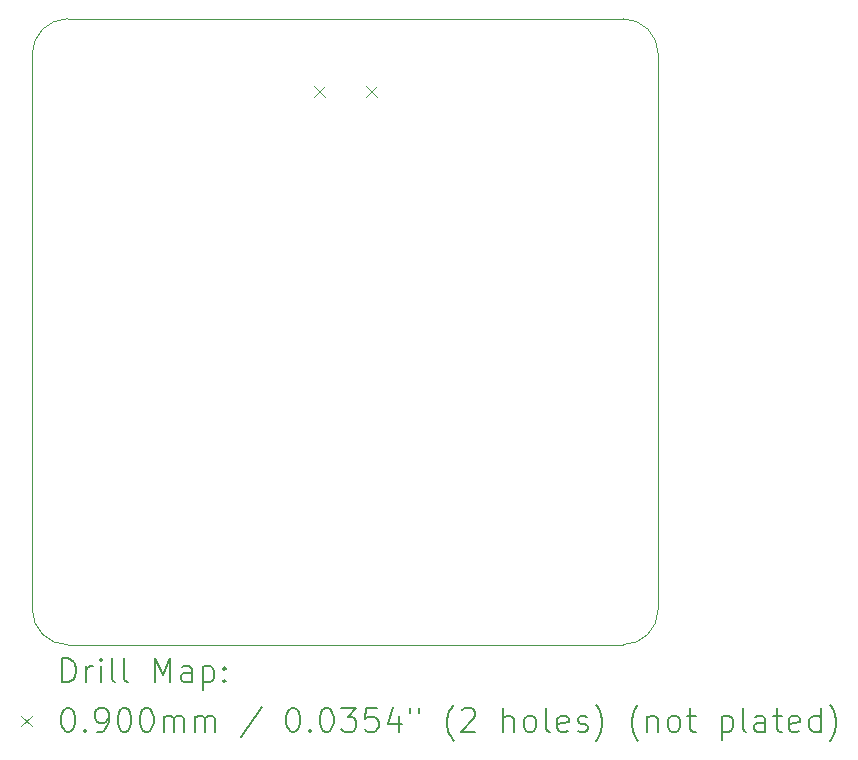
<source format=gbr>
%TF.GenerationSoftware,KiCad,Pcbnew,7.0.9*%
%TF.CreationDate,2024-03-24T12:36:57+01:00*%
%TF.ProjectId,PowerPiNano,506f7765-7250-4694-9e61-6e6f2e6b6963,rev?*%
%TF.SameCoordinates,Original*%
%TF.FileFunction,Drillmap*%
%TF.FilePolarity,Positive*%
%FSLAX45Y45*%
G04 Gerber Fmt 4.5, Leading zero omitted, Abs format (unit mm)*
G04 Created by KiCad (PCBNEW 7.0.9) date 2024-03-24 12:36:57*
%MOMM*%
%LPD*%
G01*
G04 APERTURE LIST*
%ADD10C,0.100000*%
%ADD11C,0.200000*%
G04 APERTURE END LIST*
D10*
X12500000Y-7900000D02*
G75*
G03*
X12200000Y-8200000I0J-300000D01*
G01*
X12200000Y-12900000D02*
G75*
G03*
X12500000Y-13200000I300000J0D01*
G01*
X12200000Y-12900000D02*
X12200000Y-8200000D01*
X17500000Y-8200000D02*
G75*
G03*
X17200000Y-7900000I-300000J0D01*
G01*
X17500000Y-8200000D02*
X17500000Y-12900000D01*
X17200000Y-13200000D02*
X12500000Y-13200000D01*
X17200000Y-13200000D02*
G75*
G03*
X17500000Y-12900000I0J300000D01*
G01*
X12500000Y-7900000D02*
X17200000Y-7900000D01*
D11*
D10*
X14589000Y-8472000D02*
X14679000Y-8562000D01*
X14679000Y-8472000D02*
X14589000Y-8562000D01*
X15029000Y-8472000D02*
X15119000Y-8562000D01*
X15119000Y-8472000D02*
X15029000Y-8562000D01*
D11*
X12455777Y-13516484D02*
X12455777Y-13316484D01*
X12455777Y-13316484D02*
X12503396Y-13316484D01*
X12503396Y-13316484D02*
X12531967Y-13326008D01*
X12531967Y-13326008D02*
X12551015Y-13345055D01*
X12551015Y-13345055D02*
X12560539Y-13364103D01*
X12560539Y-13364103D02*
X12570062Y-13402198D01*
X12570062Y-13402198D02*
X12570062Y-13430769D01*
X12570062Y-13430769D02*
X12560539Y-13468865D01*
X12560539Y-13468865D02*
X12551015Y-13487912D01*
X12551015Y-13487912D02*
X12531967Y-13506960D01*
X12531967Y-13506960D02*
X12503396Y-13516484D01*
X12503396Y-13516484D02*
X12455777Y-13516484D01*
X12655777Y-13516484D02*
X12655777Y-13383150D01*
X12655777Y-13421246D02*
X12665301Y-13402198D01*
X12665301Y-13402198D02*
X12674824Y-13392674D01*
X12674824Y-13392674D02*
X12693872Y-13383150D01*
X12693872Y-13383150D02*
X12712920Y-13383150D01*
X12779586Y-13516484D02*
X12779586Y-13383150D01*
X12779586Y-13316484D02*
X12770062Y-13326008D01*
X12770062Y-13326008D02*
X12779586Y-13335531D01*
X12779586Y-13335531D02*
X12789110Y-13326008D01*
X12789110Y-13326008D02*
X12779586Y-13316484D01*
X12779586Y-13316484D02*
X12779586Y-13335531D01*
X12903396Y-13516484D02*
X12884348Y-13506960D01*
X12884348Y-13506960D02*
X12874824Y-13487912D01*
X12874824Y-13487912D02*
X12874824Y-13316484D01*
X13008158Y-13516484D02*
X12989110Y-13506960D01*
X12989110Y-13506960D02*
X12979586Y-13487912D01*
X12979586Y-13487912D02*
X12979586Y-13316484D01*
X13236729Y-13516484D02*
X13236729Y-13316484D01*
X13236729Y-13316484D02*
X13303396Y-13459341D01*
X13303396Y-13459341D02*
X13370062Y-13316484D01*
X13370062Y-13316484D02*
X13370062Y-13516484D01*
X13551015Y-13516484D02*
X13551015Y-13411722D01*
X13551015Y-13411722D02*
X13541491Y-13392674D01*
X13541491Y-13392674D02*
X13522443Y-13383150D01*
X13522443Y-13383150D02*
X13484348Y-13383150D01*
X13484348Y-13383150D02*
X13465301Y-13392674D01*
X13551015Y-13506960D02*
X13531967Y-13516484D01*
X13531967Y-13516484D02*
X13484348Y-13516484D01*
X13484348Y-13516484D02*
X13465301Y-13506960D01*
X13465301Y-13506960D02*
X13455777Y-13487912D01*
X13455777Y-13487912D02*
X13455777Y-13468865D01*
X13455777Y-13468865D02*
X13465301Y-13449817D01*
X13465301Y-13449817D02*
X13484348Y-13440293D01*
X13484348Y-13440293D02*
X13531967Y-13440293D01*
X13531967Y-13440293D02*
X13551015Y-13430769D01*
X13646253Y-13383150D02*
X13646253Y-13583150D01*
X13646253Y-13392674D02*
X13665301Y-13383150D01*
X13665301Y-13383150D02*
X13703396Y-13383150D01*
X13703396Y-13383150D02*
X13722443Y-13392674D01*
X13722443Y-13392674D02*
X13731967Y-13402198D01*
X13731967Y-13402198D02*
X13741491Y-13421246D01*
X13741491Y-13421246D02*
X13741491Y-13478388D01*
X13741491Y-13478388D02*
X13731967Y-13497436D01*
X13731967Y-13497436D02*
X13722443Y-13506960D01*
X13722443Y-13506960D02*
X13703396Y-13516484D01*
X13703396Y-13516484D02*
X13665301Y-13516484D01*
X13665301Y-13516484D02*
X13646253Y-13506960D01*
X13827205Y-13497436D02*
X13836729Y-13506960D01*
X13836729Y-13506960D02*
X13827205Y-13516484D01*
X13827205Y-13516484D02*
X13817682Y-13506960D01*
X13817682Y-13506960D02*
X13827205Y-13497436D01*
X13827205Y-13497436D02*
X13827205Y-13516484D01*
X13827205Y-13392674D02*
X13836729Y-13402198D01*
X13836729Y-13402198D02*
X13827205Y-13411722D01*
X13827205Y-13411722D02*
X13817682Y-13402198D01*
X13817682Y-13402198D02*
X13827205Y-13392674D01*
X13827205Y-13392674D02*
X13827205Y-13411722D01*
D10*
X12105000Y-13800000D02*
X12195000Y-13890000D01*
X12195000Y-13800000D02*
X12105000Y-13890000D01*
D11*
X12493872Y-13736484D02*
X12512920Y-13736484D01*
X12512920Y-13736484D02*
X12531967Y-13746008D01*
X12531967Y-13746008D02*
X12541491Y-13755531D01*
X12541491Y-13755531D02*
X12551015Y-13774579D01*
X12551015Y-13774579D02*
X12560539Y-13812674D01*
X12560539Y-13812674D02*
X12560539Y-13860293D01*
X12560539Y-13860293D02*
X12551015Y-13898388D01*
X12551015Y-13898388D02*
X12541491Y-13917436D01*
X12541491Y-13917436D02*
X12531967Y-13926960D01*
X12531967Y-13926960D02*
X12512920Y-13936484D01*
X12512920Y-13936484D02*
X12493872Y-13936484D01*
X12493872Y-13936484D02*
X12474824Y-13926960D01*
X12474824Y-13926960D02*
X12465301Y-13917436D01*
X12465301Y-13917436D02*
X12455777Y-13898388D01*
X12455777Y-13898388D02*
X12446253Y-13860293D01*
X12446253Y-13860293D02*
X12446253Y-13812674D01*
X12446253Y-13812674D02*
X12455777Y-13774579D01*
X12455777Y-13774579D02*
X12465301Y-13755531D01*
X12465301Y-13755531D02*
X12474824Y-13746008D01*
X12474824Y-13746008D02*
X12493872Y-13736484D01*
X12646253Y-13917436D02*
X12655777Y-13926960D01*
X12655777Y-13926960D02*
X12646253Y-13936484D01*
X12646253Y-13936484D02*
X12636729Y-13926960D01*
X12636729Y-13926960D02*
X12646253Y-13917436D01*
X12646253Y-13917436D02*
X12646253Y-13936484D01*
X12751015Y-13936484D02*
X12789110Y-13936484D01*
X12789110Y-13936484D02*
X12808158Y-13926960D01*
X12808158Y-13926960D02*
X12817682Y-13917436D01*
X12817682Y-13917436D02*
X12836729Y-13888865D01*
X12836729Y-13888865D02*
X12846253Y-13850769D01*
X12846253Y-13850769D02*
X12846253Y-13774579D01*
X12846253Y-13774579D02*
X12836729Y-13755531D01*
X12836729Y-13755531D02*
X12827205Y-13746008D01*
X12827205Y-13746008D02*
X12808158Y-13736484D01*
X12808158Y-13736484D02*
X12770062Y-13736484D01*
X12770062Y-13736484D02*
X12751015Y-13746008D01*
X12751015Y-13746008D02*
X12741491Y-13755531D01*
X12741491Y-13755531D02*
X12731967Y-13774579D01*
X12731967Y-13774579D02*
X12731967Y-13822198D01*
X12731967Y-13822198D02*
X12741491Y-13841246D01*
X12741491Y-13841246D02*
X12751015Y-13850769D01*
X12751015Y-13850769D02*
X12770062Y-13860293D01*
X12770062Y-13860293D02*
X12808158Y-13860293D01*
X12808158Y-13860293D02*
X12827205Y-13850769D01*
X12827205Y-13850769D02*
X12836729Y-13841246D01*
X12836729Y-13841246D02*
X12846253Y-13822198D01*
X12970062Y-13736484D02*
X12989110Y-13736484D01*
X12989110Y-13736484D02*
X13008158Y-13746008D01*
X13008158Y-13746008D02*
X13017682Y-13755531D01*
X13017682Y-13755531D02*
X13027205Y-13774579D01*
X13027205Y-13774579D02*
X13036729Y-13812674D01*
X13036729Y-13812674D02*
X13036729Y-13860293D01*
X13036729Y-13860293D02*
X13027205Y-13898388D01*
X13027205Y-13898388D02*
X13017682Y-13917436D01*
X13017682Y-13917436D02*
X13008158Y-13926960D01*
X13008158Y-13926960D02*
X12989110Y-13936484D01*
X12989110Y-13936484D02*
X12970062Y-13936484D01*
X12970062Y-13936484D02*
X12951015Y-13926960D01*
X12951015Y-13926960D02*
X12941491Y-13917436D01*
X12941491Y-13917436D02*
X12931967Y-13898388D01*
X12931967Y-13898388D02*
X12922443Y-13860293D01*
X12922443Y-13860293D02*
X12922443Y-13812674D01*
X12922443Y-13812674D02*
X12931967Y-13774579D01*
X12931967Y-13774579D02*
X12941491Y-13755531D01*
X12941491Y-13755531D02*
X12951015Y-13746008D01*
X12951015Y-13746008D02*
X12970062Y-13736484D01*
X13160539Y-13736484D02*
X13179586Y-13736484D01*
X13179586Y-13736484D02*
X13198634Y-13746008D01*
X13198634Y-13746008D02*
X13208158Y-13755531D01*
X13208158Y-13755531D02*
X13217682Y-13774579D01*
X13217682Y-13774579D02*
X13227205Y-13812674D01*
X13227205Y-13812674D02*
X13227205Y-13860293D01*
X13227205Y-13860293D02*
X13217682Y-13898388D01*
X13217682Y-13898388D02*
X13208158Y-13917436D01*
X13208158Y-13917436D02*
X13198634Y-13926960D01*
X13198634Y-13926960D02*
X13179586Y-13936484D01*
X13179586Y-13936484D02*
X13160539Y-13936484D01*
X13160539Y-13936484D02*
X13141491Y-13926960D01*
X13141491Y-13926960D02*
X13131967Y-13917436D01*
X13131967Y-13917436D02*
X13122443Y-13898388D01*
X13122443Y-13898388D02*
X13112920Y-13860293D01*
X13112920Y-13860293D02*
X13112920Y-13812674D01*
X13112920Y-13812674D02*
X13122443Y-13774579D01*
X13122443Y-13774579D02*
X13131967Y-13755531D01*
X13131967Y-13755531D02*
X13141491Y-13746008D01*
X13141491Y-13746008D02*
X13160539Y-13736484D01*
X13312920Y-13936484D02*
X13312920Y-13803150D01*
X13312920Y-13822198D02*
X13322443Y-13812674D01*
X13322443Y-13812674D02*
X13341491Y-13803150D01*
X13341491Y-13803150D02*
X13370063Y-13803150D01*
X13370063Y-13803150D02*
X13389110Y-13812674D01*
X13389110Y-13812674D02*
X13398634Y-13831722D01*
X13398634Y-13831722D02*
X13398634Y-13936484D01*
X13398634Y-13831722D02*
X13408158Y-13812674D01*
X13408158Y-13812674D02*
X13427205Y-13803150D01*
X13427205Y-13803150D02*
X13455777Y-13803150D01*
X13455777Y-13803150D02*
X13474824Y-13812674D01*
X13474824Y-13812674D02*
X13484348Y-13831722D01*
X13484348Y-13831722D02*
X13484348Y-13936484D01*
X13579586Y-13936484D02*
X13579586Y-13803150D01*
X13579586Y-13822198D02*
X13589110Y-13812674D01*
X13589110Y-13812674D02*
X13608158Y-13803150D01*
X13608158Y-13803150D02*
X13636729Y-13803150D01*
X13636729Y-13803150D02*
X13655777Y-13812674D01*
X13655777Y-13812674D02*
X13665301Y-13831722D01*
X13665301Y-13831722D02*
X13665301Y-13936484D01*
X13665301Y-13831722D02*
X13674824Y-13812674D01*
X13674824Y-13812674D02*
X13693872Y-13803150D01*
X13693872Y-13803150D02*
X13722443Y-13803150D01*
X13722443Y-13803150D02*
X13741491Y-13812674D01*
X13741491Y-13812674D02*
X13751015Y-13831722D01*
X13751015Y-13831722D02*
X13751015Y-13936484D01*
X14141491Y-13726960D02*
X13970063Y-13984103D01*
X14398634Y-13736484D02*
X14417682Y-13736484D01*
X14417682Y-13736484D02*
X14436729Y-13746008D01*
X14436729Y-13746008D02*
X14446253Y-13755531D01*
X14446253Y-13755531D02*
X14455777Y-13774579D01*
X14455777Y-13774579D02*
X14465301Y-13812674D01*
X14465301Y-13812674D02*
X14465301Y-13860293D01*
X14465301Y-13860293D02*
X14455777Y-13898388D01*
X14455777Y-13898388D02*
X14446253Y-13917436D01*
X14446253Y-13917436D02*
X14436729Y-13926960D01*
X14436729Y-13926960D02*
X14417682Y-13936484D01*
X14417682Y-13936484D02*
X14398634Y-13936484D01*
X14398634Y-13936484D02*
X14379586Y-13926960D01*
X14379586Y-13926960D02*
X14370063Y-13917436D01*
X14370063Y-13917436D02*
X14360539Y-13898388D01*
X14360539Y-13898388D02*
X14351015Y-13860293D01*
X14351015Y-13860293D02*
X14351015Y-13812674D01*
X14351015Y-13812674D02*
X14360539Y-13774579D01*
X14360539Y-13774579D02*
X14370063Y-13755531D01*
X14370063Y-13755531D02*
X14379586Y-13746008D01*
X14379586Y-13746008D02*
X14398634Y-13736484D01*
X14551015Y-13917436D02*
X14560539Y-13926960D01*
X14560539Y-13926960D02*
X14551015Y-13936484D01*
X14551015Y-13936484D02*
X14541491Y-13926960D01*
X14541491Y-13926960D02*
X14551015Y-13917436D01*
X14551015Y-13917436D02*
X14551015Y-13936484D01*
X14684348Y-13736484D02*
X14703396Y-13736484D01*
X14703396Y-13736484D02*
X14722444Y-13746008D01*
X14722444Y-13746008D02*
X14731967Y-13755531D01*
X14731967Y-13755531D02*
X14741491Y-13774579D01*
X14741491Y-13774579D02*
X14751015Y-13812674D01*
X14751015Y-13812674D02*
X14751015Y-13860293D01*
X14751015Y-13860293D02*
X14741491Y-13898388D01*
X14741491Y-13898388D02*
X14731967Y-13917436D01*
X14731967Y-13917436D02*
X14722444Y-13926960D01*
X14722444Y-13926960D02*
X14703396Y-13936484D01*
X14703396Y-13936484D02*
X14684348Y-13936484D01*
X14684348Y-13936484D02*
X14665301Y-13926960D01*
X14665301Y-13926960D02*
X14655777Y-13917436D01*
X14655777Y-13917436D02*
X14646253Y-13898388D01*
X14646253Y-13898388D02*
X14636729Y-13860293D01*
X14636729Y-13860293D02*
X14636729Y-13812674D01*
X14636729Y-13812674D02*
X14646253Y-13774579D01*
X14646253Y-13774579D02*
X14655777Y-13755531D01*
X14655777Y-13755531D02*
X14665301Y-13746008D01*
X14665301Y-13746008D02*
X14684348Y-13736484D01*
X14817682Y-13736484D02*
X14941491Y-13736484D01*
X14941491Y-13736484D02*
X14874825Y-13812674D01*
X14874825Y-13812674D02*
X14903396Y-13812674D01*
X14903396Y-13812674D02*
X14922444Y-13822198D01*
X14922444Y-13822198D02*
X14931967Y-13831722D01*
X14931967Y-13831722D02*
X14941491Y-13850769D01*
X14941491Y-13850769D02*
X14941491Y-13898388D01*
X14941491Y-13898388D02*
X14931967Y-13917436D01*
X14931967Y-13917436D02*
X14922444Y-13926960D01*
X14922444Y-13926960D02*
X14903396Y-13936484D01*
X14903396Y-13936484D02*
X14846253Y-13936484D01*
X14846253Y-13936484D02*
X14827206Y-13926960D01*
X14827206Y-13926960D02*
X14817682Y-13917436D01*
X15122444Y-13736484D02*
X15027206Y-13736484D01*
X15027206Y-13736484D02*
X15017682Y-13831722D01*
X15017682Y-13831722D02*
X15027206Y-13822198D01*
X15027206Y-13822198D02*
X15046253Y-13812674D01*
X15046253Y-13812674D02*
X15093872Y-13812674D01*
X15093872Y-13812674D02*
X15112920Y-13822198D01*
X15112920Y-13822198D02*
X15122444Y-13831722D01*
X15122444Y-13831722D02*
X15131967Y-13850769D01*
X15131967Y-13850769D02*
X15131967Y-13898388D01*
X15131967Y-13898388D02*
X15122444Y-13917436D01*
X15122444Y-13917436D02*
X15112920Y-13926960D01*
X15112920Y-13926960D02*
X15093872Y-13936484D01*
X15093872Y-13936484D02*
X15046253Y-13936484D01*
X15046253Y-13936484D02*
X15027206Y-13926960D01*
X15027206Y-13926960D02*
X15017682Y-13917436D01*
X15303396Y-13803150D02*
X15303396Y-13936484D01*
X15255777Y-13726960D02*
X15208158Y-13869817D01*
X15208158Y-13869817D02*
X15331967Y-13869817D01*
X15398634Y-13736484D02*
X15398634Y-13774579D01*
X15474825Y-13736484D02*
X15474825Y-13774579D01*
X15770063Y-14012674D02*
X15760539Y-14003150D01*
X15760539Y-14003150D02*
X15741491Y-13974579D01*
X15741491Y-13974579D02*
X15731968Y-13955531D01*
X15731968Y-13955531D02*
X15722444Y-13926960D01*
X15722444Y-13926960D02*
X15712920Y-13879341D01*
X15712920Y-13879341D02*
X15712920Y-13841246D01*
X15712920Y-13841246D02*
X15722444Y-13793627D01*
X15722444Y-13793627D02*
X15731968Y-13765055D01*
X15731968Y-13765055D02*
X15741491Y-13746008D01*
X15741491Y-13746008D02*
X15760539Y-13717436D01*
X15760539Y-13717436D02*
X15770063Y-13707912D01*
X15836729Y-13755531D02*
X15846253Y-13746008D01*
X15846253Y-13746008D02*
X15865301Y-13736484D01*
X15865301Y-13736484D02*
X15912920Y-13736484D01*
X15912920Y-13736484D02*
X15931968Y-13746008D01*
X15931968Y-13746008D02*
X15941491Y-13755531D01*
X15941491Y-13755531D02*
X15951015Y-13774579D01*
X15951015Y-13774579D02*
X15951015Y-13793627D01*
X15951015Y-13793627D02*
X15941491Y-13822198D01*
X15941491Y-13822198D02*
X15827206Y-13936484D01*
X15827206Y-13936484D02*
X15951015Y-13936484D01*
X16189110Y-13936484D02*
X16189110Y-13736484D01*
X16274825Y-13936484D02*
X16274825Y-13831722D01*
X16274825Y-13831722D02*
X16265301Y-13812674D01*
X16265301Y-13812674D02*
X16246253Y-13803150D01*
X16246253Y-13803150D02*
X16217682Y-13803150D01*
X16217682Y-13803150D02*
X16198634Y-13812674D01*
X16198634Y-13812674D02*
X16189110Y-13822198D01*
X16398634Y-13936484D02*
X16379587Y-13926960D01*
X16379587Y-13926960D02*
X16370063Y-13917436D01*
X16370063Y-13917436D02*
X16360539Y-13898388D01*
X16360539Y-13898388D02*
X16360539Y-13841246D01*
X16360539Y-13841246D02*
X16370063Y-13822198D01*
X16370063Y-13822198D02*
X16379587Y-13812674D01*
X16379587Y-13812674D02*
X16398634Y-13803150D01*
X16398634Y-13803150D02*
X16427206Y-13803150D01*
X16427206Y-13803150D02*
X16446253Y-13812674D01*
X16446253Y-13812674D02*
X16455777Y-13822198D01*
X16455777Y-13822198D02*
X16465301Y-13841246D01*
X16465301Y-13841246D02*
X16465301Y-13898388D01*
X16465301Y-13898388D02*
X16455777Y-13917436D01*
X16455777Y-13917436D02*
X16446253Y-13926960D01*
X16446253Y-13926960D02*
X16427206Y-13936484D01*
X16427206Y-13936484D02*
X16398634Y-13936484D01*
X16579587Y-13936484D02*
X16560539Y-13926960D01*
X16560539Y-13926960D02*
X16551015Y-13907912D01*
X16551015Y-13907912D02*
X16551015Y-13736484D01*
X16731968Y-13926960D02*
X16712920Y-13936484D01*
X16712920Y-13936484D02*
X16674825Y-13936484D01*
X16674825Y-13936484D02*
X16655777Y-13926960D01*
X16655777Y-13926960D02*
X16646253Y-13907912D01*
X16646253Y-13907912D02*
X16646253Y-13831722D01*
X16646253Y-13831722D02*
X16655777Y-13812674D01*
X16655777Y-13812674D02*
X16674825Y-13803150D01*
X16674825Y-13803150D02*
X16712920Y-13803150D01*
X16712920Y-13803150D02*
X16731968Y-13812674D01*
X16731968Y-13812674D02*
X16741491Y-13831722D01*
X16741491Y-13831722D02*
X16741491Y-13850769D01*
X16741491Y-13850769D02*
X16646253Y-13869817D01*
X16817682Y-13926960D02*
X16836730Y-13936484D01*
X16836730Y-13936484D02*
X16874825Y-13936484D01*
X16874825Y-13936484D02*
X16893873Y-13926960D01*
X16893873Y-13926960D02*
X16903396Y-13907912D01*
X16903396Y-13907912D02*
X16903396Y-13898388D01*
X16903396Y-13898388D02*
X16893873Y-13879341D01*
X16893873Y-13879341D02*
X16874825Y-13869817D01*
X16874825Y-13869817D02*
X16846253Y-13869817D01*
X16846253Y-13869817D02*
X16827206Y-13860293D01*
X16827206Y-13860293D02*
X16817682Y-13841246D01*
X16817682Y-13841246D02*
X16817682Y-13831722D01*
X16817682Y-13831722D02*
X16827206Y-13812674D01*
X16827206Y-13812674D02*
X16846253Y-13803150D01*
X16846253Y-13803150D02*
X16874825Y-13803150D01*
X16874825Y-13803150D02*
X16893873Y-13812674D01*
X16970063Y-14012674D02*
X16979587Y-14003150D01*
X16979587Y-14003150D02*
X16998634Y-13974579D01*
X16998634Y-13974579D02*
X17008158Y-13955531D01*
X17008158Y-13955531D02*
X17017682Y-13926960D01*
X17017682Y-13926960D02*
X17027206Y-13879341D01*
X17027206Y-13879341D02*
X17027206Y-13841246D01*
X17027206Y-13841246D02*
X17017682Y-13793627D01*
X17017682Y-13793627D02*
X17008158Y-13765055D01*
X17008158Y-13765055D02*
X16998634Y-13746008D01*
X16998634Y-13746008D02*
X16979587Y-13717436D01*
X16979587Y-13717436D02*
X16970063Y-13707912D01*
X17331968Y-14012674D02*
X17322444Y-14003150D01*
X17322444Y-14003150D02*
X17303396Y-13974579D01*
X17303396Y-13974579D02*
X17293873Y-13955531D01*
X17293873Y-13955531D02*
X17284349Y-13926960D01*
X17284349Y-13926960D02*
X17274825Y-13879341D01*
X17274825Y-13879341D02*
X17274825Y-13841246D01*
X17274825Y-13841246D02*
X17284349Y-13793627D01*
X17284349Y-13793627D02*
X17293873Y-13765055D01*
X17293873Y-13765055D02*
X17303396Y-13746008D01*
X17303396Y-13746008D02*
X17322444Y-13717436D01*
X17322444Y-13717436D02*
X17331968Y-13707912D01*
X17408158Y-13803150D02*
X17408158Y-13936484D01*
X17408158Y-13822198D02*
X17417682Y-13812674D01*
X17417682Y-13812674D02*
X17436730Y-13803150D01*
X17436730Y-13803150D02*
X17465301Y-13803150D01*
X17465301Y-13803150D02*
X17484349Y-13812674D01*
X17484349Y-13812674D02*
X17493873Y-13831722D01*
X17493873Y-13831722D02*
X17493873Y-13936484D01*
X17617682Y-13936484D02*
X17598634Y-13926960D01*
X17598634Y-13926960D02*
X17589111Y-13917436D01*
X17589111Y-13917436D02*
X17579587Y-13898388D01*
X17579587Y-13898388D02*
X17579587Y-13841246D01*
X17579587Y-13841246D02*
X17589111Y-13822198D01*
X17589111Y-13822198D02*
X17598634Y-13812674D01*
X17598634Y-13812674D02*
X17617682Y-13803150D01*
X17617682Y-13803150D02*
X17646254Y-13803150D01*
X17646254Y-13803150D02*
X17665301Y-13812674D01*
X17665301Y-13812674D02*
X17674825Y-13822198D01*
X17674825Y-13822198D02*
X17684349Y-13841246D01*
X17684349Y-13841246D02*
X17684349Y-13898388D01*
X17684349Y-13898388D02*
X17674825Y-13917436D01*
X17674825Y-13917436D02*
X17665301Y-13926960D01*
X17665301Y-13926960D02*
X17646254Y-13936484D01*
X17646254Y-13936484D02*
X17617682Y-13936484D01*
X17741492Y-13803150D02*
X17817682Y-13803150D01*
X17770063Y-13736484D02*
X17770063Y-13907912D01*
X17770063Y-13907912D02*
X17779587Y-13926960D01*
X17779587Y-13926960D02*
X17798634Y-13936484D01*
X17798634Y-13936484D02*
X17817682Y-13936484D01*
X18036730Y-13803150D02*
X18036730Y-14003150D01*
X18036730Y-13812674D02*
X18055777Y-13803150D01*
X18055777Y-13803150D02*
X18093873Y-13803150D01*
X18093873Y-13803150D02*
X18112920Y-13812674D01*
X18112920Y-13812674D02*
X18122444Y-13822198D01*
X18122444Y-13822198D02*
X18131968Y-13841246D01*
X18131968Y-13841246D02*
X18131968Y-13898388D01*
X18131968Y-13898388D02*
X18122444Y-13917436D01*
X18122444Y-13917436D02*
X18112920Y-13926960D01*
X18112920Y-13926960D02*
X18093873Y-13936484D01*
X18093873Y-13936484D02*
X18055777Y-13936484D01*
X18055777Y-13936484D02*
X18036730Y-13926960D01*
X18246254Y-13936484D02*
X18227206Y-13926960D01*
X18227206Y-13926960D02*
X18217682Y-13907912D01*
X18217682Y-13907912D02*
X18217682Y-13736484D01*
X18408158Y-13936484D02*
X18408158Y-13831722D01*
X18408158Y-13831722D02*
X18398635Y-13812674D01*
X18398635Y-13812674D02*
X18379587Y-13803150D01*
X18379587Y-13803150D02*
X18341492Y-13803150D01*
X18341492Y-13803150D02*
X18322444Y-13812674D01*
X18408158Y-13926960D02*
X18389111Y-13936484D01*
X18389111Y-13936484D02*
X18341492Y-13936484D01*
X18341492Y-13936484D02*
X18322444Y-13926960D01*
X18322444Y-13926960D02*
X18312920Y-13907912D01*
X18312920Y-13907912D02*
X18312920Y-13888865D01*
X18312920Y-13888865D02*
X18322444Y-13869817D01*
X18322444Y-13869817D02*
X18341492Y-13860293D01*
X18341492Y-13860293D02*
X18389111Y-13860293D01*
X18389111Y-13860293D02*
X18408158Y-13850769D01*
X18474825Y-13803150D02*
X18551015Y-13803150D01*
X18503396Y-13736484D02*
X18503396Y-13907912D01*
X18503396Y-13907912D02*
X18512920Y-13926960D01*
X18512920Y-13926960D02*
X18531968Y-13936484D01*
X18531968Y-13936484D02*
X18551015Y-13936484D01*
X18693873Y-13926960D02*
X18674825Y-13936484D01*
X18674825Y-13936484D02*
X18636730Y-13936484D01*
X18636730Y-13936484D02*
X18617682Y-13926960D01*
X18617682Y-13926960D02*
X18608158Y-13907912D01*
X18608158Y-13907912D02*
X18608158Y-13831722D01*
X18608158Y-13831722D02*
X18617682Y-13812674D01*
X18617682Y-13812674D02*
X18636730Y-13803150D01*
X18636730Y-13803150D02*
X18674825Y-13803150D01*
X18674825Y-13803150D02*
X18693873Y-13812674D01*
X18693873Y-13812674D02*
X18703396Y-13831722D01*
X18703396Y-13831722D02*
X18703396Y-13850769D01*
X18703396Y-13850769D02*
X18608158Y-13869817D01*
X18874825Y-13936484D02*
X18874825Y-13736484D01*
X18874825Y-13926960D02*
X18855777Y-13936484D01*
X18855777Y-13936484D02*
X18817682Y-13936484D01*
X18817682Y-13936484D02*
X18798635Y-13926960D01*
X18798635Y-13926960D02*
X18789111Y-13917436D01*
X18789111Y-13917436D02*
X18779587Y-13898388D01*
X18779587Y-13898388D02*
X18779587Y-13841246D01*
X18779587Y-13841246D02*
X18789111Y-13822198D01*
X18789111Y-13822198D02*
X18798635Y-13812674D01*
X18798635Y-13812674D02*
X18817682Y-13803150D01*
X18817682Y-13803150D02*
X18855777Y-13803150D01*
X18855777Y-13803150D02*
X18874825Y-13812674D01*
X18951016Y-14012674D02*
X18960539Y-14003150D01*
X18960539Y-14003150D02*
X18979587Y-13974579D01*
X18979587Y-13974579D02*
X18989111Y-13955531D01*
X18989111Y-13955531D02*
X18998635Y-13926960D01*
X18998635Y-13926960D02*
X19008158Y-13879341D01*
X19008158Y-13879341D02*
X19008158Y-13841246D01*
X19008158Y-13841246D02*
X18998635Y-13793627D01*
X18998635Y-13793627D02*
X18989111Y-13765055D01*
X18989111Y-13765055D02*
X18979587Y-13746008D01*
X18979587Y-13746008D02*
X18960539Y-13717436D01*
X18960539Y-13717436D02*
X18951016Y-13707912D01*
M02*

</source>
